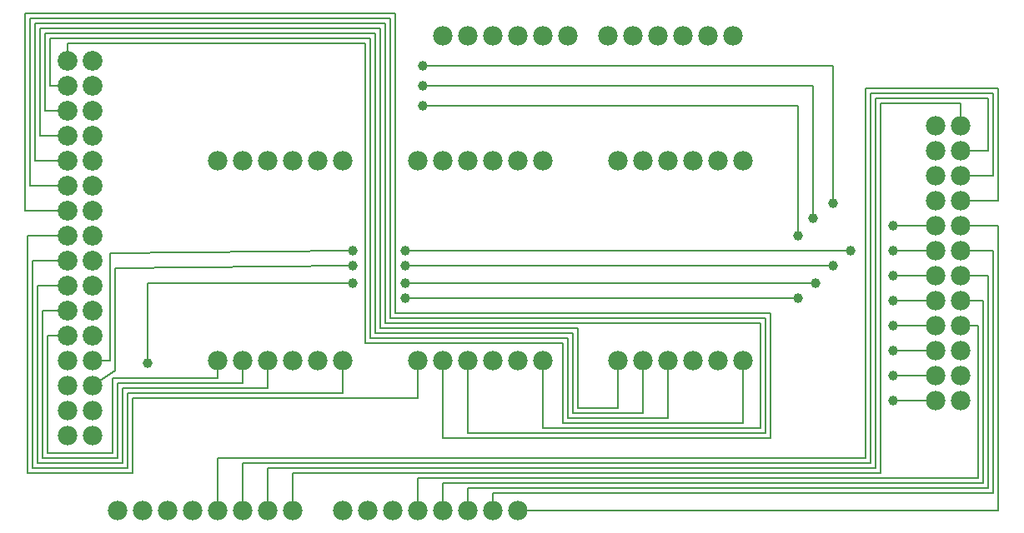
<source format=gtl>
G04 MADE WITH FRITZING*
G04 WWW.FRITZING.ORG*
G04 DOUBLE SIDED*
G04 HOLES PLATED*
G04 CONTOUR ON CENTER OF CONTOUR VECTOR*
%ASAXBY*%
%FSLAX23Y23*%
%MOIN*%
%OFA0B0*%
%SFA1.0B1.0*%
%ADD10C,0.078000*%
%ADD11C,0.039370*%
%ADD12C,0.070866*%
%ADD13C,0.079370*%
%ADD14C,0.008000*%
%LNCOPPER1*%
G90*
G70*
G54D10*
X2893Y695D03*
X2793Y695D03*
X2693Y695D03*
X2593Y695D03*
X2493Y695D03*
X2393Y695D03*
G54D11*
X1613Y1795D03*
G54D10*
X2093Y695D03*
X1993Y695D03*
X1893Y695D03*
X1793Y695D03*
X1693Y695D03*
X1593Y695D03*
G54D12*
X193Y1495D03*
X193Y495D03*
X1893Y695D03*
X3763Y1635D03*
X3663Y1335D03*
X993Y95D03*
X1193Y695D03*
X3763Y1335D03*
X293Y1395D03*
X3663Y735D03*
X1293Y95D03*
X1593Y1495D03*
G54D10*
X1293Y1495D03*
X1193Y1495D03*
X1093Y1495D03*
X993Y1495D03*
X893Y1495D03*
X793Y1495D03*
G54D12*
X193Y395D03*
X1493Y95D03*
G54D11*
X1543Y1005D03*
G54D12*
X2493Y1495D03*
G54D10*
X3763Y1635D03*
X3763Y1535D03*
X3763Y1435D03*
X3763Y1335D03*
X3763Y1235D03*
X3763Y1135D03*
X3763Y1035D03*
X3763Y935D03*
X3763Y835D03*
X3763Y735D03*
X3763Y635D03*
X3763Y535D03*
X3763Y1635D03*
X3763Y1535D03*
X3763Y1435D03*
X3763Y1335D03*
X3763Y1235D03*
X3763Y1135D03*
X3763Y1035D03*
X3763Y935D03*
X3763Y835D03*
X3763Y735D03*
X3763Y635D03*
X3763Y535D03*
X3663Y535D03*
X3663Y635D03*
X3663Y735D03*
X3663Y835D03*
X3663Y935D03*
X3663Y1035D03*
X3663Y1135D03*
X3663Y1235D03*
X3663Y1335D03*
X3663Y1435D03*
X3663Y1535D03*
X3663Y1635D03*
X3763Y1635D03*
X3763Y1535D03*
X3763Y1435D03*
X3763Y1335D03*
X3763Y1235D03*
X3763Y1135D03*
X3763Y1035D03*
X3763Y935D03*
X3763Y835D03*
X3763Y735D03*
X3763Y635D03*
X3763Y535D03*
X3763Y1635D03*
X3763Y1535D03*
X3763Y1435D03*
X3763Y1335D03*
X3763Y1235D03*
X3763Y1135D03*
X3763Y1035D03*
X3763Y935D03*
X3763Y835D03*
X3763Y735D03*
X3763Y635D03*
X3763Y535D03*
X3663Y535D03*
X3663Y635D03*
X3663Y735D03*
X3663Y835D03*
X3663Y935D03*
X3663Y1035D03*
X3663Y1135D03*
X3663Y1235D03*
X3663Y1335D03*
X3663Y1435D03*
X3663Y1535D03*
X3663Y1635D03*
G54D12*
X193Y1295D03*
X3663Y535D03*
X1993Y1995D03*
G54D10*
X293Y695D03*
X293Y595D03*
X293Y495D03*
X293Y395D03*
X293Y695D03*
X293Y595D03*
X293Y495D03*
X293Y395D03*
X193Y395D03*
X193Y495D03*
X193Y595D03*
X193Y695D03*
X293Y695D03*
X293Y595D03*
X293Y495D03*
X293Y395D03*
X293Y695D03*
X293Y595D03*
X293Y495D03*
X293Y395D03*
X193Y395D03*
X193Y495D03*
X193Y595D03*
X193Y695D03*
G54D12*
X2493Y695D03*
G54D10*
X2893Y1495D03*
X2793Y1495D03*
X2693Y1495D03*
X2593Y1495D03*
X2493Y1495D03*
X2393Y1495D03*
G54D12*
X1693Y95D03*
X293Y595D03*
X893Y95D03*
G54D11*
X3493Y1035D03*
G54D12*
X193Y1695D03*
X1893Y1495D03*
X3763Y835D03*
X793Y695D03*
X293Y1495D03*
X293Y695D03*
X3763Y535D03*
G54D11*
X1543Y945D03*
G54D12*
X2853Y1995D03*
G54D11*
X3323Y1135D03*
G54D12*
X293Y1095D03*
X1893Y1995D03*
G54D11*
X1333Y1075D03*
G54D12*
X2793Y1495D03*
X2453Y1995D03*
X3763Y1035D03*
X3663Y1235D03*
G54D11*
X3493Y1235D03*
G54D12*
X193Y795D03*
G54D11*
X1613Y1875D03*
G54D10*
X1293Y695D03*
X1193Y695D03*
X1093Y695D03*
X993Y695D03*
X893Y695D03*
X793Y695D03*
G54D12*
X793Y1495D03*
X2893Y695D03*
X1793Y95D03*
X1693Y1495D03*
X193Y1595D03*
G54D11*
X3253Y1325D03*
G54D12*
X693Y95D03*
X2553Y1995D03*
X3663Y1435D03*
G54D11*
X513Y685D03*
X3493Y935D03*
G54D12*
X293Y1595D03*
X193Y695D03*
X1993Y1495D03*
X2393Y1495D03*
X3663Y635D03*
X793Y95D03*
X1093Y95D03*
G54D10*
X2093Y1495D03*
X1993Y1495D03*
X1893Y1495D03*
X1793Y1495D03*
X1693Y1495D03*
X1593Y1495D03*
G54D12*
X193Y1095D03*
X2593Y695D03*
X993Y1495D03*
X3663Y1535D03*
G54D11*
X3113Y1195D03*
G54D12*
X2093Y1995D03*
X293Y1795D03*
X993Y695D03*
X1693Y1995D03*
X3663Y1035D03*
G54D11*
X3173Y1265D03*
G54D10*
X2353Y1995D03*
X2453Y1995D03*
X2553Y1995D03*
X2653Y1995D03*
X2753Y1995D03*
X2853Y1995D03*
G54D12*
X2693Y695D03*
X2193Y1995D03*
X293Y995D03*
X193Y1895D03*
X393Y95D03*
X193Y595D03*
X3663Y1635D03*
X2793Y695D03*
X3763Y1435D03*
G54D10*
X1093Y95D03*
X993Y95D03*
X893Y95D03*
X793Y95D03*
X693Y95D03*
X593Y95D03*
X493Y95D03*
X393Y95D03*
X1093Y95D03*
X993Y95D03*
X893Y95D03*
X793Y95D03*
X693Y95D03*
X593Y95D03*
X493Y95D03*
X393Y95D03*
G54D12*
X2393Y695D03*
G54D11*
X1543Y1075D03*
G54D12*
X293Y1695D03*
X1393Y95D03*
X293Y795D03*
X3763Y1535D03*
X3763Y1135D03*
G54D10*
X1693Y1995D03*
X1793Y1995D03*
X1893Y1995D03*
X1993Y1995D03*
X2093Y1995D03*
X2193Y1995D03*
G54D12*
X593Y95D03*
X3663Y1135D03*
X1793Y1995D03*
G54D11*
X3493Y1135D03*
X3493Y835D03*
G54D12*
X3663Y835D03*
X293Y1295D03*
X1193Y1495D03*
X2893Y1495D03*
X293Y1195D03*
X1793Y695D03*
G54D11*
X1543Y1135D03*
G54D10*
X1993Y95D03*
X1893Y95D03*
X1793Y95D03*
X1693Y95D03*
X1593Y95D03*
X1493Y95D03*
X1393Y95D03*
X1293Y95D03*
X1993Y95D03*
X1893Y95D03*
X1793Y95D03*
X1693Y95D03*
X1593Y95D03*
X1493Y95D03*
X1393Y95D03*
X1293Y95D03*
G54D12*
X293Y395D03*
X1093Y1495D03*
X193Y895D03*
X1693Y695D03*
G54D11*
X1333Y1005D03*
G54D12*
X3663Y935D03*
X1593Y95D03*
X1893Y95D03*
G54D11*
X3253Y1075D03*
G54D12*
X3763Y635D03*
X2593Y1495D03*
G54D11*
X3493Y535D03*
X1613Y1715D03*
G54D12*
X1793Y1495D03*
X2093Y1495D03*
X193Y1195D03*
X1293Y1495D03*
X293Y495D03*
X1993Y95D03*
G54D11*
X3183Y1005D03*
G54D12*
X1593Y695D03*
X2693Y1495D03*
X293Y895D03*
X2653Y1995D03*
G54D13*
X293Y1895D03*
X293Y1795D03*
X293Y1695D03*
X293Y1595D03*
X293Y1495D03*
X293Y1395D03*
X293Y1295D03*
X293Y1195D03*
X293Y1095D03*
X293Y995D03*
X293Y895D03*
X293Y795D03*
X293Y1895D03*
X293Y1795D03*
X293Y1695D03*
X293Y1595D03*
X293Y1495D03*
X293Y1395D03*
X293Y1295D03*
X293Y1195D03*
X293Y1095D03*
X293Y995D03*
X293Y895D03*
X293Y795D03*
X193Y795D03*
X193Y895D03*
X193Y995D03*
X193Y1095D03*
X193Y1195D03*
X193Y1295D03*
X193Y1395D03*
X193Y1495D03*
X193Y1595D03*
X193Y1695D03*
X193Y1795D03*
X193Y1895D03*
X293Y1895D03*
X293Y1795D03*
X293Y1695D03*
X293Y1595D03*
X293Y1495D03*
X293Y1395D03*
X293Y1295D03*
X293Y1195D03*
X293Y1095D03*
X293Y995D03*
X293Y895D03*
X293Y795D03*
X293Y1895D03*
X293Y1795D03*
X293Y1695D03*
X293Y1595D03*
X293Y1495D03*
X293Y1395D03*
X293Y1295D03*
X293Y1195D03*
X293Y1095D03*
X293Y995D03*
X293Y895D03*
X293Y795D03*
X193Y795D03*
X193Y895D03*
X193Y995D03*
X193Y1095D03*
X193Y1195D03*
X193Y1295D03*
X193Y1395D03*
X193Y1495D03*
X193Y1595D03*
X193Y1695D03*
X193Y1795D03*
X193Y1895D03*
G54D11*
X1333Y1135D03*
G54D12*
X493Y95D03*
X193Y1795D03*
X3763Y1235D03*
X1093Y695D03*
X3763Y935D03*
X193Y1395D03*
X293Y1895D03*
X2753Y1995D03*
G54D11*
X3493Y635D03*
G54D12*
X893Y695D03*
X3763Y735D03*
G54D11*
X3493Y735D03*
G54D12*
X1293Y695D03*
X1993Y695D03*
X893Y1495D03*
G54D11*
X3113Y945D03*
G54D12*
X193Y995D03*
X2353Y1995D03*
X2093Y695D03*
G54D14*
X3763Y1660D02*
X3763Y1725D01*
D02*
X1556Y1005D02*
X3169Y1005D01*
D02*
X392Y605D02*
X892Y605D01*
D02*
X3506Y835D02*
X3638Y835D01*
D02*
X2983Y405D02*
X2983Y865D01*
D02*
X1482Y2065D02*
X42Y2065D01*
D02*
X2213Y485D02*
X2493Y485D01*
D02*
X3892Y1765D02*
X3402Y1765D01*
D02*
X113Y795D02*
X113Y325D01*
D02*
X3892Y1135D02*
X3892Y165D01*
D02*
X2093Y670D02*
X2092Y425D01*
D02*
X1422Y2005D02*
X1423Y805D01*
D02*
X3787Y1035D02*
X3873Y1035D01*
D02*
X892Y605D02*
X892Y670D01*
D02*
X83Y2026D02*
X1442Y2025D01*
D02*
X3422Y1746D02*
X3422Y264D01*
D02*
X123Y1985D02*
X1403Y1985D01*
D02*
X3832Y835D02*
X3832Y225D01*
D02*
X382Y1065D02*
X382Y656D01*
D02*
X3912Y1335D02*
X3787Y1335D01*
D02*
X93Y305D02*
X392Y305D01*
D02*
X3873Y185D02*
X1793Y184D01*
D02*
X33Y245D02*
X33Y1196D01*
D02*
X1556Y945D02*
X3099Y945D01*
D02*
X1463Y2045D02*
X63Y2045D01*
D02*
X53Y265D02*
X433Y265D01*
D02*
X2892Y445D02*
X2893Y670D01*
D02*
X63Y2045D02*
X63Y1495D01*
D02*
X3872Y1534D02*
X3872Y1745D01*
D02*
X1402Y785D02*
X2193Y785D01*
D02*
X1793Y184D02*
X1793Y120D01*
D02*
X3442Y244D02*
X1093Y245D01*
D02*
X1383Y765D02*
X2172Y765D01*
D02*
X103Y2005D02*
X1422Y2005D01*
D02*
X1382Y1965D02*
X1383Y765D01*
D02*
X3763Y1725D02*
X3442Y1726D01*
D02*
X362Y696D02*
X362Y1124D01*
D02*
X3003Y385D02*
X3003Y885D01*
D02*
X2233Y505D02*
X2392Y505D01*
D02*
X93Y895D02*
X93Y305D01*
D02*
X3252Y1875D02*
X3253Y1338D01*
D02*
X193Y1965D02*
X1382Y1965D01*
D02*
X167Y1095D02*
X53Y1094D01*
D02*
X1593Y225D02*
X1593Y120D01*
D02*
X2392Y505D02*
X2393Y670D01*
D02*
X792Y305D02*
X3383Y306D01*
D02*
X193Y1920D02*
X193Y1965D01*
D02*
X392Y305D02*
X392Y605D01*
D02*
X1626Y1715D02*
X3112Y1715D01*
D02*
X993Y265D02*
X993Y120D01*
D02*
X1892Y166D02*
X1893Y120D01*
D02*
X3853Y204D02*
X1693Y205D01*
D02*
X1319Y1075D02*
X382Y1065D01*
D02*
X1503Y885D02*
X1503Y2085D01*
D02*
X3506Y535D02*
X3638Y535D01*
D02*
X113Y325D02*
X372Y325D01*
D02*
X513Y698D02*
X513Y1005D01*
D02*
X3913Y95D02*
X2017Y95D01*
D02*
X433Y565D02*
X1292Y565D01*
D02*
X1693Y670D02*
X1693Y385D01*
D02*
X1793Y405D02*
X2983Y405D01*
D02*
X3239Y1075D02*
X1556Y1075D01*
D02*
X3506Y735D02*
X3638Y735D01*
D02*
X2983Y865D02*
X1483Y865D01*
D02*
X413Y585D02*
X993Y585D01*
D02*
X53Y1094D02*
X53Y265D01*
D02*
X1403Y1985D02*
X1402Y785D01*
D02*
X2493Y485D02*
X2493Y670D01*
D02*
X2213Y805D02*
X2213Y485D01*
D02*
X1463Y845D02*
X1463Y2045D01*
D02*
X1292Y565D02*
X1293Y670D01*
D02*
X3787Y1435D02*
X3892Y1435D01*
D02*
X513Y1005D02*
X1319Y1005D01*
D02*
X317Y695D02*
X362Y696D01*
D02*
X3112Y1715D02*
X3113Y1208D01*
D02*
X63Y1495D02*
X167Y1495D01*
D02*
X42Y2065D02*
X42Y1395D01*
D02*
X3832Y225D02*
X1593Y225D01*
D02*
X167Y795D02*
X113Y795D01*
D02*
X1693Y385D02*
X3003Y385D01*
D02*
X1626Y1875D02*
X3252Y1875D01*
D02*
X3853Y936D02*
X3853Y204D01*
D02*
X122Y1794D02*
X123Y1985D01*
D02*
X3872Y1745D02*
X3422Y1746D01*
D02*
X102Y1695D02*
X103Y2005D01*
D02*
X892Y285D02*
X893Y120D01*
D02*
X3892Y1435D02*
X3892Y1765D01*
D02*
X1693Y205D02*
X1693Y120D01*
D02*
X3506Y1135D02*
X3638Y1135D01*
D02*
X3787Y1235D02*
X3913Y1234D01*
D02*
X3892Y165D02*
X1892Y166D01*
D02*
X1793Y670D02*
X1793Y405D01*
D02*
X1483Y865D02*
X1482Y2065D01*
D02*
X167Y1695D02*
X102Y1695D01*
D02*
X452Y545D02*
X452Y245D01*
D02*
X3913Y1234D02*
X3913Y95D01*
D02*
X167Y895D02*
X93Y895D01*
D02*
X2092Y425D02*
X2963Y425D01*
D02*
X42Y1395D02*
X167Y1395D01*
D02*
X2592Y465D02*
X2593Y670D01*
D02*
X3309Y1135D02*
X1556Y1135D01*
D02*
X3402Y1765D02*
X3402Y284D01*
D02*
X33Y1196D02*
X167Y1195D01*
D02*
X3003Y885D02*
X1503Y885D01*
D02*
X452Y245D02*
X33Y245D01*
D02*
X3787Y1135D02*
X3892Y1135D01*
D02*
X3422Y264D02*
X993Y265D01*
D02*
X793Y120D02*
X792Y305D01*
D02*
X2193Y465D02*
X2592Y465D01*
D02*
X3506Y935D02*
X3638Y935D01*
D02*
X1593Y545D02*
X452Y545D01*
D02*
X3506Y1235D02*
X3638Y1235D01*
D02*
X792Y625D02*
X793Y670D01*
D02*
X23Y1295D02*
X167Y1295D01*
D02*
X2963Y425D02*
X2963Y845D01*
D02*
X1593Y670D02*
X1593Y545D01*
D02*
X372Y325D02*
X372Y625D01*
D02*
X993Y585D02*
X993Y670D01*
D02*
X3787Y835D02*
X3832Y835D01*
D02*
X2233Y825D02*
X2233Y505D01*
D02*
X1093Y245D02*
X1093Y120D01*
D02*
X3442Y1726D02*
X3442Y244D01*
D02*
X73Y995D02*
X73Y285D01*
D02*
X167Y1595D02*
X83Y1595D01*
D02*
X413Y285D02*
X413Y585D01*
D02*
X2172Y765D02*
X2172Y445D01*
D02*
X167Y1795D02*
X122Y1794D01*
D02*
X83Y1595D02*
X83Y2026D01*
D02*
X3873Y1035D02*
X3873Y185D01*
D02*
X362Y1124D02*
X1319Y1135D01*
D02*
X3506Y1035D02*
X3638Y1035D01*
D02*
X372Y625D02*
X792Y625D01*
D02*
X2193Y785D02*
X2193Y465D01*
D02*
X3402Y284D02*
X892Y285D01*
D02*
X3383Y1785D02*
X3912Y1785D01*
D02*
X2963Y845D02*
X1463Y845D01*
D02*
X3787Y935D02*
X3853Y936D01*
D02*
X3173Y1278D02*
X3173Y1795D01*
D02*
X1442Y825D02*
X2233Y825D01*
D02*
X3173Y1795D02*
X1626Y1795D01*
D02*
X3912Y1785D02*
X3912Y1335D01*
D02*
X3506Y635D02*
X3638Y635D01*
D02*
X1442Y2025D02*
X1442Y825D01*
D02*
X167Y995D02*
X73Y995D01*
D02*
X382Y656D02*
X313Y609D01*
D02*
X3787Y1535D02*
X3872Y1534D01*
D02*
X1503Y2085D02*
X23Y2085D01*
D02*
X23Y2085D02*
X23Y1295D01*
D02*
X73Y285D02*
X413Y285D01*
D02*
X1423Y805D02*
X2213Y805D01*
D02*
X2172Y445D02*
X2892Y445D01*
D02*
X433Y265D02*
X433Y565D01*
D02*
X3383Y306D02*
X3383Y1785D01*
G04 End of Copper1*
M02*
</source>
